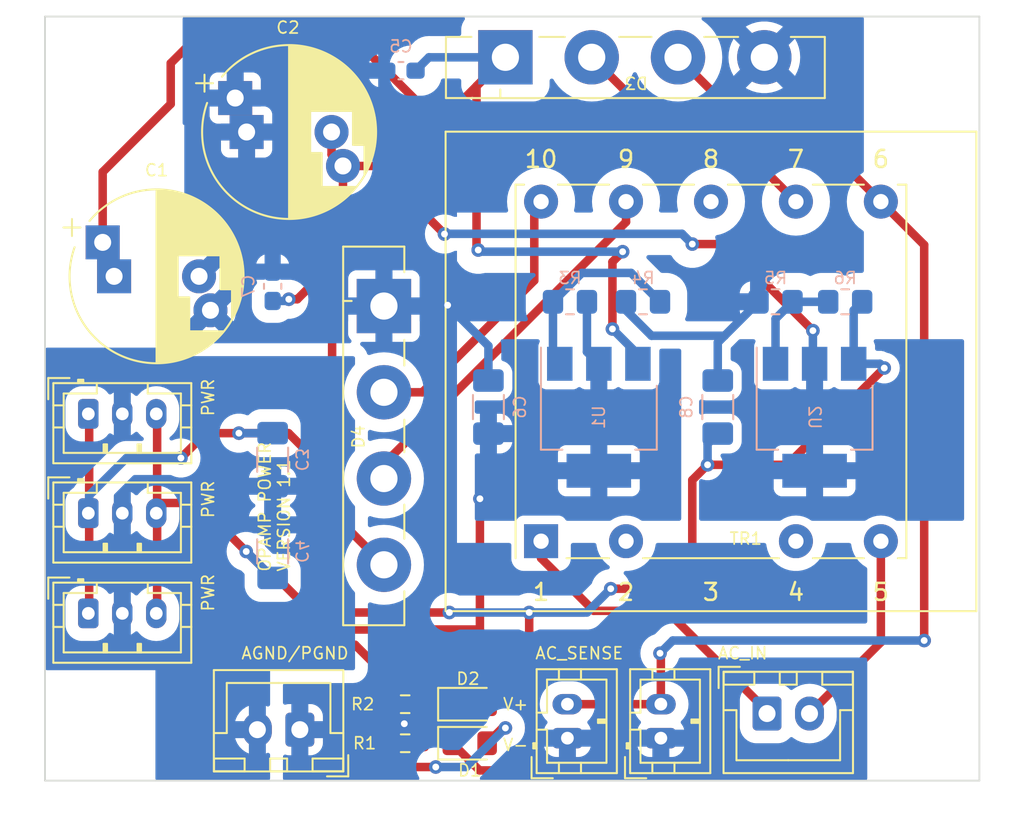
<source format=kicad_pcb>
(kicad_pcb (version 20221018) (generator pcbnew)
  (layers (0 "F.Cu" signal) (31 "B.Cu" signal) (34 "B.Paste" user) (35 "F.Paste" user) (36 "B.SilkS" user "B.Silkscreen") (37 "F.SilkS" user "F.Silkscreen") (38 "B.Mask" user) (39 "F.Mask" user) (44 "Edge.Cuts" user))
  (net 0 "")
  (net 1 "VPOS")
  (net 2 "PGND")
  (net 3 "VNEG")
  (net 4 "Net-(D1-A)")
  (net 5 "Net-(D2-A)")
  (net 6 "Net-(D3-Pad2)")
  (net 7 "AC1")
  (net 8 "Net-(D4-Pad2)")
  (net 9 "Net-(D4-Pad3)")
  (net 10 "Net-(U1-ADJ)")
  (net 11 "Net-(U2-ADJ)")
  (net 12 "AGND")
  (net 13 "RECT_POS")
  (net 14 "RECT_NEG")
  (net 15 "DC_NEG")
  (net 16 "DC_POS")
  (footprint "MountingHole:MountingHole_3.2mm_M3" (layer "F.Cu") (at 113.5 119.25)
    (fp_text reference "H4" hide)
    (fp_text value "MountingHole")
    (pad "" np_thru_hole circle (at 0 0) (size 3.2 3.2) (drill 3.2) (layers "*.Cu" "*.Mask"))
  )
  (footprint "Connector_JST:JST_XH_B2B-XH-A_1x02_P2.50mm_Vertical" (layer "F.Cu") (at 126 119 180)
    (fp_text reference "J2" hide)
    (fp_text value "Conn_01x02_Male")
    (pad "1" thru_hole roundrect (at 0 0 180) (size 1.7 2) (drill 1) (layers "*.Cu" "*.Mask") (roundrect_rratio 0.1470588235) (net 2 "PGND"))
    (pad "2" thru_hole oval (at 2.5 0 180) (size 1.7 2) (drill 1) (layers "*.Cu" "*.Mask") (net 12 "AGND"))
  )
  (footprint "Capacitor_THT:CP_Radial_D10.0mm_P5.00mm_P7.50mm" (layer "F.Cu") (at 115.067323 92.3)
    (fp_text reference "C1" (at 2.5 -6.25 unlocked) (layer "F.SilkS") (effects (font (size 0.7 0.7) (thickness 0.1))))
    (fp_text value "1000U")
    (pad "1" thru_hole rect (at -0.672144 -2) (size 2 2) (drill 1) (layers "*.Cu" "*.Mask") (net 13 "RECT_POS"))
    (pad "1" thru_hole rect (at 0 0) (size 2 2) (drill 1) (layers "*.Cu" "*.Mask") (net 13 "RECT_POS"))
    (pad "2" thru_hole circle (at 5 0) (size 2 2) (drill 1) (layers "*.Cu" "*.Mask") (net 2 "PGND"))
    (pad "2" thru_hole circle (at 5.672144 2) (size 2 2) (drill 1) (layers "*.Cu" "*.Mask") (net 2 "PGND"))
  )
  (footprint "Resistor_SMD:R_0603_1608Metric_Pad0.98x0.95mm_HandSolder" (layer "F.Cu") (at 132.2 117.5)
    (fp_text reference "R2" (at -2.5 0 unlocked) (layer "F.SilkS") (effects (font (size 0.7 0.7) (thickness 0.1))))
    (fp_text value "3.3K")
    (pad "1" smd roundrect (at -0.9125 0) (size 0.975 0.95) (layers "F.Cu" "F.Paste" "F.Mask") (net 16 "DC_POS"))
    (pad "2" smd roundrect (at 0.9125 0) (size 0.975 0.95) (layers "F.Cu" "F.Paste" "F.Mask") (net 5 "Net-(D2-A)"))
  )
  (footprint "Connector_JST:JST_PH_B3B-PH-K_1x03_P2.00mm_Vertical" (layer "F.Cu") (at 113.55 100.4)
    (fp_text reference "J3" hide)
    (fp_text value "Conn_01x03_Male")
    (pad "1" thru_hole roundrect (at 0 0) (size 1.2 1.75) (drill 0.75) (layers "*.Cu" "*.Mask") (roundrect_rratio 0.2083333333) (net 15 "DC_NEG"))
    (pad "2" thru_hole oval (at 2 0) (size 1.2 1.75) (drill 0.75) (layers "*.Cu" "*.Mask") (net 12 "AGND"))
    (pad "3" thru_hole oval (at 4 0) (size 1.2 1.75) (drill 0.75) (layers "*.Cu" "*.Mask") (net 16 "DC_POS"))
  )
  (footprint "Diode_THT:Diode_Bridge_Vishay_GBU" (layer "F.Cu") (at 130.95 94.05 -90)
    (fp_text reference "D4" (at 7.7 1.5 -270 unlocked) (layer "F.SilkS") (effects (font (size 0.7 0.7) (thickness 0.1))))
    (fp_text value "GBU4A")
    (pad "1" thru_hole rect (at 0 0 270) (size 3.2 3.2) (drill 1.6) (layers "*.Cu" "*.Mask") (net 2 "PGND"))
    (pad "2" thru_hole circle (at 5.08 0 270) (size 3.2 3.2) (drill 1.6) (layers "*.Cu" "*.Mask") (net 8 "Net-(D4-Pad2)"))
    (pad "3" thru_hole circle (at 10.16 0 270) (size 3.2 3.2) (drill 1.6) (layers "*.Cu" "*.Mask") (net 9 "Net-(D4-Pad3)"))
    (pad "4" thru_hole circle (at 15.24 0 270) (size 3.2 3.2) (drill 1.6) (layers "*.Cu" "*.Mask") (net 14 "RECT_NEG"))
  )
  (footprint "Resistor_SMD:R_0603_1608Metric_Pad0.98x0.95mm_HandSolder" (layer "F.Cu") (at 132.2 119.8 180)
    (fp_text reference "R1" (at 2.3875 0 unlocked) (layer "F.SilkS") (effects (font (size 0.7 0.7) (thickness 0.1))))
    (fp_text value "3.3K")
    (pad "1" smd roundrect (at -0.9125 0 180) (size 0.975 0.95) (layers "F.Cu" "F.Paste" "F.Mask") (net 2 "PGND"))
    (pad "2" smd roundrect (at 0.9125 0 180) (size 0.975 0.95) (layers "F.Cu" "F.Paste" "F.Mask") (net 4 "Net-(D1-A)"))
  )
  (footprint "MountingHole:MountingHole_3.2mm_M3" (layer "F.Cu") (at 163.5 79.5)
    (fp_text reference "H1" hide)
    (fp_text value "MountingHole")
    (pad "" np_thru_hole circle (at 0 0) (size 3.2 3.2) (drill 3.2) (layers "*.Cu" "*.Mask"))
  )
  (footprint "Connector_JST:JST_PH_B3B-PH-K_1x03_P2.00mm_Vertical" (layer "F.Cu") (at 113.55 106.25)
    (fp_text reference "J4" hide)
    (fp_text value "Conn_01x03_Male")
    (pad "1" thru_hole roundrect (at 0 0) (size 1.2 1.75) (drill 0.75) (layers "*.Cu" "*.Mask") (roundrect_rratio 0.2083333333) (net 15 "DC_NEG"))
    (pad "2" thru_hole oval (at 2 0) (size 1.2 1.75) (drill 0.75) (layers "*.Cu" "*.Mask") (net 12 "AGND"))
    (pad "3" thru_hole oval (at 4 0) (size 1.2 1.75) (drill 0.75) (layers "*.Cu" "*.Mask") (net 16 "DC_POS"))
  )
  (footprint "Connector_JST:JST_PH_B2B-PH-K_1x02_P2.00mm_Vertical" (layer "F.Cu") (at 141.75 119.5 90)
    (fp_text reference "J6" hide)
    (fp_text value "Conn_01x02_Male")
    (pad "1" thru_hole roundrect (at 0 0 90) (size 1.2 1.75) (drill 0.75) (layers "*.Cu" "*.Mask") (roundrect_rratio 0.2083333333) (net 2 "PGND"))
    (pad "2" thru_hole oval (at 2 0 90) (size 1.2 1.75) (drill 0.75) (layers "*.Cu" "*.Mask") (net 7 "AC1"))
  )
  (footprint "Connector_JST:JST_PH_B3B-PH-K_1x03_P2.00mm_Vertical" (layer "F.Cu") (at 113.55 112.15)
    (fp_text reference "J5" hide)
    (fp_text value "Conn_01x03_Male")
    (pad "1" thru_hole roundrect (at 0 0) (size 1.2 1.75) (drill 0.75) (layers "*.Cu" "*.Mask") (roundrect_rratio 0.2083333333) (net 15 "DC_NEG"))
    (pad "2" thru_hole oval (at 2 0) (size 1.2 1.75) (drill 0.75) (layers "*.Cu" "*.Mask") (net 12 "AGND"))
    (pad "3" thru_hole oval (at 4 0) (size 1.2 1.75) (drill 0.75) (layers "*.Cu" "*.Mask") (net 16 "DC_POS"))
  )
  (footprint "MountingHole:MountingHole_3.2mm_M3" (layer "F.Cu") (at 113.5 79.5)
    (fp_text reference "H2" hide)
    (fp_text value "MountingHole")
    (pad "" np_thru_hole circle (at 0 0) (size 3.2 3.2) (drill 3.2) (layers "*.Cu" "*.Mask"))
  )
  (footprint "LED_SMD:LED_0805_2012Metric_Pad1.15x1.40mm_HandSolder" (layer "F.Cu") (at 136 119.8)
    (fp_text reference "D1" (at 0 1.6 unlocked) (layer "F.SilkS") (effects (font (size 0.7 0.7) (thickness 0.1))))
    (fp_text value "BLUE")
    (pad "1" smd roundrect (at -1.025 0) (size 1.15 1.4) (layers "F.Cu" "F.Paste" "F.Mask") (roundrect_rratio 0.2173913043) (net 15 "DC_NEG"))
    (pad "2" smd roundrect (at 1.025 0) (size 1.15 1.4) (layers "F.Cu" "F.Paste" "F.Mask") (roundrect_rratio 0.2173913043) (net 4 "Net-(D1-A)"))
  )
  (footprint "Diode_THT:Diode_Bridge_Vishay_GBU" (layer "F.Cu") (at 138.1 79.4)
    (fp_text reference "D3" (at 7.7 1.5 -180 unlocked) (layer "F.SilkS") (effects (font (size 0.7 0.7) (thickness 0.1))))
    (fp_text value "GBU4A")
    (pad "1" thru_hole rect (at 0 0) (size 3.2 3.2) (drill 1.6) (layers "*.Cu" "*.Mask") (net 13 "RECT_POS"))
    (pad "2" thru_hole circle (at 5.08 0) (size 3.2 3.2) (drill 1.6) (layers "*.Cu" "*.Mask") (net 6 "Net-(D3-Pad2)"))
    (pad "3" thru_hole circle (at 10.16 0) (size 3.2 3.2) (drill 1.6) (layers "*.Cu" "*.Mask") (net 7 "AC1"))
    (pad "4" thru_hole circle (at 15.24 0) (size 3.2 3.2) (drill 1.6) (layers "*.Cu" "*.Mask") (net 2 "PGND"))
  )
  (footprint "Transformer_THT:Transformer_Breve_TEZ-28x33" (layer "F.Cu") (at 140.2 107.9)
    (fp_text reference "TR1" (at 12.05 -0.15 unlocked) (layer "F.SilkS") (effects (font (size 0.7 0.7) (thickness 0.1))))
    (fp_text value "230V 2x9V 2.3VA")
    (fp_text user "5" (at 20 3) (layer "F.SilkS"))
    (fp_text user "4" (at 15 3) (layer "F.SilkS"))
    (fp_text user "6" (at 20 -22.5) (layer "F.SilkS"))
    (fp_text user "9" (at 5 -22.5) (layer "F.SilkS"))
    (fp_text user "2" (at 5 3) (layer "F.SilkS"))
    (fp_text user "10" (at 0 -22.5) (layer "F.SilkS"))
    (fp_text user "3" (at 10 3) (layer "F.SilkS"))
    (fp_text user "7" (at 15 -22.5) (layer "F.SilkS"))
    (fp_text user "1" (at 0 3) (layer "F.SilkS"))
    (fp_text user "8" (at 10 -22.5) (layer "F.SilkS"))
    (pad "1" thru_hole rect (at 0 0) (size 2 2) (drill 0.9) (layers "*.Cu" "*.Mask") (net 1 "VPOS"))
    (pad "2" thru_hole circle (at 5 0) (size 2 2) (drill 0.9) (layers "*.Cu" "*.Mask"))
    (pad "4" thru_hole circle (at 15 0) (size 2 2) (drill 0.9) (layers "*.Cu" "*.Mask"))
    (pad "5" thru_hole circle (at 20 0) (size 2 2) (drill 0.9) (layers "*.Cu" "*.Mask") (net 3 "VNEG"))
    (pad "6" thru_hole circle (at 20 -20) (size 2 2) (drill 0.9) (layers "*.Cu" "*.Mask") (net 7 "AC1"))
    (pad "7" thru_hole circle (at 15 -20) (size 2 2) (drill 0.9) (layers "*.Cu" "*.Mask") (net 6 "Net-(D3-Pad2)"))
    (pad "8" thru_hole circle (at 10 -20) (size 2 2) (drill 0.9) (layers "*.Cu" "*.Mask"))
    (pad "9" thru_hole circle (at 5 -20) (size 2 2) (drill 0.9) (layers "*.Cu" "*.Mask") (net 9 "Net-(D4-Pad3)"))
    (pad "10" thru_hole circle (at 0 -20) (size 2 2) (drill 0.9) (layers "*.Cu" "*.Mask") (net 8 "Net-(D4-Pad2)"))
  )
  (footprint "Connector_JST:JST_PH_B2B-PH-K_1x02_P2.00mm_Vertical" (layer "F.Cu") (at 147.25 119.5 90)
    (fp_text reference "J7" hide)
    (fp_text value "Conn_01x02_Male")
    (pad "1" thru_hole roundrect (at 0 0 90) (size 1.2 1.75) (drill 0.75) (layers "*.Cu" "*.Mask") (roundrect_rratio 0.2083333333) (net 2 "PGND"))
    (pad "2" thru_hole oval (at 2 0 90) (size 1.2 1.75) (drill 0.75) (layers "*.Cu" "*.Mask") (net 7 "AC1"))
  )
  (footprint "MountingHole:MountingHole_3.2mm_M3" (layer "F.Cu") (at 163.5 119.5)
    (fp_text reference "H3" hide)
    (fp_text value "MountingHole")
    (pad "" np_thru_hole circle (at 0 0) (size 3.2 3.2) (drill 3.2) (layers "*.Cu" "*.Mask"))
  )
  (footprint "Capacitor_THT:CP_Radial_D10.0mm_P5.00mm_P7.50mm" (layer "F.Cu") (at 122.867323 83.8)
    (fp_text reference "C2" (at 2.432677 -6.15 unlocked) (layer "F.SilkS") (effects (font (size 0.7 0.7) (thickness 0.1))))
    (fp_text value "1000U")
    (pad "1" thru_hole rect (at -0.672144 -2) (size 2 2) (drill 1) (layers "*.Cu" "*.Mask") (net 2 "PGND"))
    (pad "1" thru_hole rect (at 0 0) (size 2 2) (drill 1) (layers "*.Cu" "*.Mask") (net 2 "PGND"))
    (pad "2" thru_hole circle (at 5 0) (size 2 2) (drill 1) (layers "*.Cu" "*.Mask") (net 14 "RECT_NEG"))
    (pad "2" thru_hole circle (at 5.672144 2) (size 2 2) (drill 1) (layers "*.Cu" "*.Mask") (net 14 "RECT_NEG"))
  )
  (footprint "Connector_JST:JST_XH_B2B-XH-A_1x02_P2.50mm_Vertical" (layer "F.Cu") (at 153.5 118.05)
    (fp_text reference "J1" hide)
    (fp_text value "Conn_01x02_Male")
    (pad "1" thru_hole roundrect (at 0 0) (size 1.7 2) (drill 1) (layers "*.Cu" "*.Mask") (roundrect_rratio 0.1470588235) (net 1 "VPOS"))
    (pad "2" thru_hole oval (at 2.5 0) (size 1.7 2) (drill 1) (layers "*.Cu" "*.Mask") (net 3 "VNEG"))
  )
  (footprint "LED_SMD:LED_0805_2012Metric_Pad1.15x1.40mm_HandSolder" (layer "F.Cu") (at 136 117.5)
    (fp_text reference "D2" (at -0.1 -1.5 unlocked) (layer "F.SilkS") (effects (font (size 0.7 0.7) (thickness 0.1))))
    (fp_text value "YELLOW")
    (pad "1" smd roundrect (at -1.025 0) (size 1.15 1.4) (layers "F.Cu" "F.Paste" "F.Mask") (roundrect_rratio 0.2173913043) (net 2 "PGND"))
    (pad "2" smd roundrect (at 1.025 0) (size 1.15 1.4) (layers "F.Cu" "F.Paste" "F.Mask") (roundrect_rratio 0.2173913043) (net 5 "Net-(D2-A)"))
  )
  (footprint "Resistor_SMD:R_0805_2012Metric_Pad1.20x1.40mm_HandSolder" (layer "B.Cu") (at 146.2 93.8 180)
    (fp_text reference "R4" (at 0 1.4 unlocked) (layer "B.SilkS") (effects (font (size 0.7 0.7) (thickness 0.1)) (justify mirror)))
    (fp_text value "750R")
    (pad "1" smd roundrect (at -1 0 180) (size 1.2 1.4) (layers "B.Cu" "B.Paste" "B.Mask") (roundrect_rratio 0.2083333333) (net 10 "Net-(U1-ADJ)"))
    (pad "2" smd roundrect (at 1 0 180) (size 1.2 1.4) (layers "B.Cu" "B.Paste" "B.Mask") (roundrect_rratio 0.2083333333) (net 2 "PGND"))
  )
  (footprint "Resistor_SMD:R_0805_2012Metric_Pad1.20x1.40mm_HandSolder" (layer "B.Cu") (at 158.1 93.8 180)
    (fp_text reference "R6" (at 0 1.4 unlocked) (layer "B.SilkS") (effects (font (size 0.7 0.7) (thickness 0.1)) (justify mirror)))
    (fp_text value "120R")
    (pad "1" smd roundrect (at -1 0 180) (size 1.2 1.4) (layers "B.Cu" "B.Paste" "B.Mask") (roundrect_rratio 0.2083333333) (net 15 "DC_NEG"))
    (pad "2" smd roundrect (at 1 0 180) (size 1.2 1.4) (layers "B.Cu" "B.Paste" "B.Mask") (roundrect_rratio 0.2083333333) (net 11 "Net-(U2-ADJ)"))
  )
  (footprint "Package_TO_SOT_SMD:SOT-223-3_TabPin2" (layer "B.Cu") (at 156.3 100.6 -90)
    (fp_text reference "U2" (at 0 0 -90 unlocked) (layer "B.SilkS") (effects (font (size 0.7 0.7) (thickness 0.1)) (justify mirror)))
    (fp_text value "LM337_SOT223")
    (pad "1" smd rect (at -3.15 2.3 270) (size 2 1.5) (layers "B.Cu" "B.Paste" "B.Mask") (net 11 "Net-(U2-ADJ)"))
    (pad "2" smd rect (at -3.15 0 270) (size 2 1.5) (layers "B.Cu" "B.Paste" "B.Mask") (net 14 "RECT_NEG"))
    (pad "2" smd rect (at 3.15 0 270) (size 2 3.8) (layers "B.Cu" "B.Paste" "B.Mask") (net 14 "RECT_NEG"))
    (pad "3" smd rect (at -3.15 -2.3 270) (size 2 1.5) (layers "B.Cu" "B.Paste" "B.Mask") (net 15 "DC_NEG"))
  )
  (footprint "Resistor_SMD:R_0805_2012Metric_Pad1.20x1.40mm_HandSolder" (layer "B.Cu") (at 154 93.8 180)
    (fp_text reference "R5" (at 0 1.4 unlocked) (layer "B.SilkS") (effects (font (size 0.7 0.7) (thickness 0.1)) (justify mirror)))
    (fp_text value "750R")
    (pad "1" smd roundrect (at -1 0 180) (size 1.2 1.4) (layers "B.Cu" "B.Paste" "B.Mask") (roundrect_rratio 0.2083333333) (net 11 "Net-(U2-ADJ)"))
    (pad "2" smd roundrect (at 1 0 180) (size 1.2 1.4) (layers "B.Cu" "B.Paste" "B.Mask") (roundrect_rratio 0.2083333333) (net 2 "PGND"))
  )
  (footprint "Capacitor_SMD:C_1206_3216Metric_Pad1.33x1.80mm_HandSolder" (layer "B.Cu") (at 124.4 108.5 90)
    (fp_text reference "C4" (at 0 1.7 270 unlocked) (layer "B.SilkS") (effects (font (size 0.7 0.7) (thickness 0.1)) (justify mirror)))
    (fp_text value "10U")
    (pad "1" smd roundrect (at -1.5625 0 90) (size 1.325 1.8) (layers "B.Cu" "B.Paste" "B.Mask") (roundrect_rratio 0.1886792453) (net 16 "DC_POS"))
    (pad "2" smd roundrect (at 1.5625 0 90) (size 1.325 1.8) (layers "B.Cu" "B.Paste" "B.Mask") (roundrect_rratio 0.1886792453) (net 12 "AGND"))
  )
  (footprint "Capacitor_SMD:C_0603_1608Metric_Pad1.08x0.95mm_HandSolder" (layer "B.Cu") (at 124.4 92.8875 -90)
    (fp_text reference "C7" (at 0 1.43 90 unlocked) (layer "B.SilkS") (effects (font (size 0.7 0.7) (thickness 0.1)) (justify mirror)))
    (fp_text value "0.1U")
    (pad "1" smd roundrect (at -0.8625 0 270) (size 1.075 0.95) (layers "B.Cu" "B.Paste" "B.Mask") (net 2 "PGND"))
    (pad "2" smd roundrect (at 0.8625 0 270) (size 1.075 0.95) (layers "B.Cu" "B.Paste" "B.Mask") (net 14 "RECT_NEG"))
  )
  (footprint "Resistor_SMD:R_0805_2012Metric_Pad1.20x1.40mm_HandSolder" (layer "B.Cu") (at 141.9 93.8 180)
    (fp_text reference "R3" (at 0 1.4 unlocked) (layer "B.SilkS") (effects (font (size 0.7 0.7) (thickness 0.1)) (justify mirror)))
    (fp_text value "120R")
    (pad "1" smd roundrect (at -1 0 180) (size 1.2 1.4) (layers "B.Cu" "B.Paste" "B.Mask") (roundrect_rratio 0.2083333333) (net 16 "DC_POS"))
    (pad "2" smd roundrect (at 1 0 180) (size 1.2 1.4) (layers "B.Cu" "B.Paste" "B.Mask") (roundrect_rratio 0.2083333333) (net 10 "Net-(U1-ADJ)"))
  )
  (footprint "Capacitor_SMD:C_1206_3216Metric_Pad1.33x1.80mm_HandSolder" (layer "B.Cu") (at 137.1 100 90)
    (fp_text reference "C6" (at 0 1.85 90 unlocked) (layer "B.SilkS") (effects (font (size 0.7 0.7) (thickness 0.1)) (justify mirror)))
    (fp_text value "10U")
    (pad "1" smd roundrect (at -1.5625 0 90) (size 1.325 1.8) (layers "B.Cu" "B.Paste" "B.Mask") (roundrect_rratio 0.1886792453) (net 16 "DC_POS"))
    (pad "2" smd roundrect (at 1.5625 0 90) (size 1.325 1.8) (layers "B.Cu" "B.Paste" "B.Mask") (roundrect_rratio 0.1886792453) (net 2 "PGND"))
  )
  (footprint "Capacitor_SMD:C_0603_1608Metric_Pad1.08x0.95mm_HandSolder" (layer "B.Cu") (at 131.95 80.1875 180)
    (fp_text reference "C5" (at 0 1.43 unlocked) (layer "B.SilkS") (effects (font (size 0.7 0.7) (thickness 0.1)) (justify mirror)))
    (fp_text value "0.1U")
    (pad "1" smd roundrect (at -0.8625 0 180) (size 1.075 0.95) (layers "B.Cu" "B.Paste" "B.Mask") (net 13 "RECT_POS"))
    (pad "2" smd roundrect (at 0.8625 0 180) (size 1.075 0.95) (layers "B.Cu" "B.Paste" "B.Mask") (net 2 "PGND"))
  )
  (footprint "Capacitor_SMD:C_1206_3216Metric_Pad1.33x1.80mm_HandSolder" (layer "B.Cu") (at 124.4 103.1 90)
    (fp_text reference "C3" (at 0 1.7 270 unlocked) (layer "B.SilkS") (effects (font (size 0.7 0.7) (thickness 0.1)) (justify mirror)))
    (fp_text value "10U")
    (pad "1" smd roundrect (at -1.5625 0 90) (size 1.325 1.8) (layers "B.Cu" "B.Paste" "B.Mask") (roundrect_rratio 0.1886792453) (net 12 "AGND"))
    (pad "2" smd roundrect (at 1.5625 0 90) (size 1.325 1.8) (layers "B.Cu" "B.Paste" "B.Mask") (roundrect_rratio 0.1886792453) (net 15 "DC_NEG"))
  )
  (footprint "Package_TO_SOT_SMD:SOT-223-3_TabPin2" (layer "B.Cu") (at 143.6 100.6 -90)
    (fp_text reference "U1" (at 0 0 90 unlocked) (layer "B.SilkS") (effects (font (size 0.7 0.7) (thickness 0.1)) (justify mirror)))
    (fp_text value "LM317_SOT-223")
    (pad "1" smd rect (at -3.15 2.3 270) (size 2 1.5) (layers "B.Cu" "B.Paste" "B.Mask") (net 10 "Net-(U1-ADJ)"))
    (pad "2" smd rect (at -3.15 0 270) (size 2 1.5) (layers "B.Cu" "B.Paste" "B.Mask") (net 16 "DC_POS"))
    (pad "2" smd rect (at 3.15 0 270) (size 2 3.8) (layers "B.Cu" "B.Paste" "B.Mask") (net 16 "DC_POS"))
    (pad "3" smd rect (at -3.15 -2.3 270) (size 2 1.5) (layers "B.Cu" "B.Paste" "B.Mask") (net 13 "RECT_POS"))
  )
  (footprint "Capacitor_SMD:C_1206_3216Metric_Pad1.33x1.80mm_HandSolder" (layer "B.Cu") (at 150.6 100 -90)
    (fp_text reference "C8" (at 0 1.85 90 unlocked) (layer "B.SilkS") (effects (font (size 0.7 0.7) (thickness 0.1)) (justify mirror)))
    (fp_text value "10U")
    (pad "1" smd roundrect (at -1.5625 0 270) (size 1.325 1.8) (layers "B.Cu" "B.Paste" "B.Mask") (roundrect_rratio 0.1886792453) (net 2 "PGND"))
    (pad "2" smd roundrect (at 1.5625 0 270) (size 1.325 1.8) (layers "B.Cu" "B.Paste" "B.Mask") (roundrect_rratio 0.1886792453) (net 15 "DC_NEG"))
  )
  (gr_line (start 166 122) (end 111 122) (stroke (width 0.1)) (layer "Edge.Cuts"))
  (gr_line (start 111 122) (end 111 77) (stroke (width 0.1)) (layer "Edge.Cuts"))
  (gr_line (start 166 77) (end 166 122) (stroke (width 0.1)) (layer "Edge.Cuts"))
  (gr_line (start 111 77) (end 166 77) (stroke (width 0.1)) (layer "Edge.Cuts"))
  (gr_text "AGND/PGND" (at 122.5 114.5) (layer "F.SilkS") (effects (font (size 0.7 0.7) (thickness 0.1)) (justify left)))
  (gr_text "OPAMP POWER\nVERSION 1.1\n" (at 124.5 109.75 90) (layer "F.SilkS") (effects (font (size 0.7 0.7) (thickness 0.1)) (justify left)))
  (gr_text "PWR\n" (at 120.6 100.6 90) (layer "F.SilkS") (effects (font (size 0.7 0.7) (thickness 0.1)) (justify left)))
  (gr_text "PWR\n" (at 120.6 112.1 90) (layer "F.SilkS") (effects (font (size 0.7 0.7) (thickness 0.1)) (justify left)))
  (gr_text "PWR\n" (at 120.6 106.6 90) (layer "F.SilkS") (effects (font (size 0.7 0.7) (thickness 0.1)) (justify left)))
  (gr_text "AC_IN" (at 150.55 114.5) (layer "F.SilkS") (effects (font (size 0.7 0.7) (thickness 0.1)) (justify left)))
  (gr_text "V+" (at 137.9 117.5) (layer "F.SilkS") (effects (font (size 0.7 0.7) (thickness 0.1)) (justify left)))
  (gr_text "AC_SENSE" (at 139.8 114.5) (layer "F.SilkS") (effects (font (size 0.7 0.7) (thickness 0.1)) (justify left)))
  (gr_text "V-" (at 137.9 119.9) (layer "F.SilkS") (effects (font (size 0.7 0.7) (thickness 0.1)) (justify left)))
  (segment (start 153.475 117.875) (end 147.6 112) (width 0.5) (layer "F.Cu") (net 1))
  (segment (start 143.3 112) (end 140.2 108.9) (width 0.5) (layer "F.Cu") (net 1))
  (segment (start 147.6 112) (end 143.3 112) (width 0.5) (layer "F.Cu") (net 1))
  (segment (start 140.2 108.9) (end 140.2 107.9) (width 0.5) (layer "F.Cu") (net 1))
  (segment (start 133.975 118.5) (end 133.9 118.5) (width 0.5) (layer "F.Cu") (net 2))
  (segment (start 134.7 94) (end 131 94) (width 0.5) (layer "F.Cu") (net 2))
  (segment (start 133.1125 119.8) (end 133.1125 119.2875) (width 0.5) (layer "F.Cu") (net 2))
  (segment (start 134.975 117.5) (end 133.975 118.5) (width 0.5) (layer "F.Cu") (net 2))
  (segment (start 133.1125 119.6125) (end 132.15 118.65) (width 0.5) (layer "F.Cu") (net 2))
  (segment (start 133.1125 119.2875) (end 133.9 118.5) (width 0.5) (layer "F.Cu") (net 2))
  (via (at 134.7 94) (size 0.8) (drill 0.4) (layers "F.Cu" "B.Cu") (net 2))
  (via (at 132.15 118.65) (size 0.8) (drill 0.4) (layers "F.Cu" "B.Cu") (net 2))
  (segment (start 150.6 96.2) (end 151 95.8) (width 0.5) (layer "B.Cu") (net 2))
  (segment (start 145.2 94.3) (end 146.7 95.8) (width 0.5) (layer "B.Cu") (net 2))
  (segment (start 146.7 95.8) (end 151 95.8) (width 0.5) (layer "B.Cu") (net 2))
  (segment (start 137.1 96.4) (end 134.7 94) (width 0.5) (layer "B.Cu") (net 2))
  (segment (start 145.2 93.8) (end 145.2 94.3) (width 0.5) (layer "B.Cu") (net 2))
  (segment (start 137.1 98.4375) (end 137.1 96.4) (width 0.5) (layer "B.Cu") (net 2))
  (segment (start 150.6 98.4375) (end 150.6 96.2) (width 0.5) (layer "B.Cu") (net 2))
  (segment (start 151 95.8) (end 153 93.8) (width 0.5) (layer "B.Cu") (net 2))
  (segment (start 160.2 107.9) (end 160.2 113.85) (width 0.5) (layer "F.Cu") (net 3))
  (segment (start 160.2 113.85) (end 156 118.05) (width 0.5) (layer "F.Cu") (net 3))
  (segment (start 132.6875 121.2) (end 134 121.2) (width 0.5) (layer "F.Cu") (net 4))
  (segment (start 137.925 118.9) (end 137.025 119.8) (width 0.5) (layer "F.Cu") (net 4))
  (segment (start 131.2875 119.8) (end 132.6875 121.2) (width 0.5) (layer "F.Cu") (net 4))
  (segment (start 138.1 118.9) (end 137.925 118.9) (width 0.5) (layer "F.Cu") (net 4))
  (via (at 138.1 118.9) (size 0.8) (drill 0.4) (layers "F.Cu" "B.Cu") (net 4))
  (via (at 134 121.2) (size 0.8) (drill 0.4) (layers "F.Cu" "B.Cu") (net 4))
  (segment (start 134 121.2) (end 135.8 121.2) (width 0.5) (layer "B.Cu") (net 4))
  (segment (start 135.8 121.2) (end 138.1 118.9) (width 0.5) (layer "B.Cu") (net 4))
  (segment (start 137.025 117.425) (end 135.3 115.7) (width 0.5) (layer "F.Cu") (net 5))
  (segment (start 134.9125 115.7) (end 133.1125 117.5) (width 0.5) (layer "F.Cu") (net 5))
  (segment (start 153.7 86.4) (end 152.9 86.4) (width 0.5) (layer "F.Cu") (net 6))
  (segment (start 148.48 84.7) (end 143.18 79.4) (width 0.5) (layer "F.Cu") (net 6))
  (segment (start 151.2 84.7) (end 148.48 84.7) (width 0.5) (layer "F.Cu") (net 6))
  (segment (start 155.2 87.9) (end 153.7 86.4) (width 0.5) (layer "F.Cu") (net 6))
  (segment (start 152.9 86.4) (end 151.2 84.7) (width 0.5) (layer "F.Cu") (net 6))
  (segment (start 147.25 114.55) (end 147.2 114.5) (width 0.5) (layer "F.Cu") (net 7))
  (segment (start 147.25 117.5) (end 141.75 117.5) (width 0.5) (layer "F.Cu") (net 7))
  (segment (start 155.3 83) (end 160.2 87.9) (width 0.5) (layer "F.Cu") (net 7))
  (segment (start 160.2 87.9) (end 162.75 90.45) (width 0.5) (layer "F.Cu") (net 7))
  (segment (start 151.86 83) (end 155.3 83) (width 0.5) (layer "F.Cu") (net 7))
  (segment (start 147.25 117.5) (end 147.25 114.55) (width 0.5) (layer "F.Cu") (net 7))
  (segment (start 162.75 90.45) (end 162.75 113.75) (width 0.5) (layer "F.Cu") (net 7))
  (segment (start 148.26 79.4) (end 151.86 83) (width 0.5) (layer "F.Cu") (net 7))
  (via (at 147.2 114.5) (size 0.8) (drill 0.4) (layers "F.Cu" "B.Cu") (net 7))
  (via (at 162.75 113.75) (size 0.8) (drill 0.4) (layers "F.Cu" "B.Cu") (net 7))
  (segment (start 147.95 113.75) (end 147.2 114.5) (width 0.5) (layer "B.Cu") (net 7))
  (segment (start 162.75 113.75) (end 147.95 113.75) (width 0.5) (layer "B.Cu") (net 7))
  (segment (start 133.212741 99.13) (end 130.95 99.13) (width 0.5) (layer "F.Cu") (net 8))
  (segment (start 139.8 92.542741) (end 133.212741 99.13) (width 0.5) (layer "F.Cu") (net 8))
  (segment (start 139.8 88.3) (end 139.8 92.542741) (width 0.5) (layer "F.Cu") (net 8))
  (segment (start 145.2 87.9) (end 145.2 89.1) (width 0.5) (layer "F.Cu") (net 9))
  (segment (start 145.2 89.1) (end 130.95 103.35) (width 0.5) (layer "F.Cu") (net 9))
  (segment (start 140.9 93.8) (end 140.9 97.05) (width 0.5) (layer "B.Cu") (net 10))
  (segment (start 145.5 92.1) (end 142.6 92.1) (width 0.5) (layer "B.Cu") (net 10))
  (segment (start 142.6 92.1) (end 140.9 93.8) (width 0.5) (layer "B.Cu") (net 10))
  (segment (start 147.2 93.8) (end 145.5 92.1) (width 0.5) (layer "B.Cu") (net 10))
  (segment (start 157.1 93.8) (end 155 93.8) (width 0.5) (layer "B.Cu") (net 11))
  (segment (start 154 94.8) (end 155 93.8) (width 0.5) (layer "B.Cu") (net 11))
  (segment (start 154 97.45) (end 154 94.8) (width 0.5) (layer "B.Cu") (net 11))
  (segment (start 124.4 105.75) (end 124.4 106.9375) (width 0.5) (layer "B.Cu") (net 12))
  (segment (start 124.4 104.6625) (end 124.4 105.75) (width 0.5) (layer "B.Cu") (net 12))
  (segment (start 133 82.1) (end 129 78.1) (width 0.5) (layer "F.Cu") (net 13))
  (segment (start 136.4 81.1) (end 136.4 90.65) (width 0.5) (layer "F.Cu") (net 13))
  (segment (start 135.4 82.1) (end 133 82.1) (width 0.5) (layer "F.Cu") (net 13))
  (segment (start 118.4 82.15) (end 114.395179 86.154821) (width 0.5) (layer "F.Cu") (net 13))
  (segment (start 120.05 78.1) (end 118.4 79.75) (width 0.5) (layer "F.Cu") (net 13))
  (segment (start 129 78.1) (end 120.05 78.1) (width 0.5) (layer "F.Cu") (net 13))
  (segment (start 138.1 79.4) (end 136.4 81.1) (width 0.5) (layer "F.Cu") (net 13))
  (segment (start 144.4 91.45) (end 145 90.85) (width 0.5) (layer "F.Cu") (net 13))
  (segment (start 138.1 79.4) (end 135.4 82.1) (width 0.5) (layer "F.Cu") (net 13))
  (segment (start 136.4 90.65) (end 136.5 90.75) (width 0.5) (layer "F.Cu") (net 13))
  (segment (start 115.067323 92.3) (end 115.067323 90.972144) (width 0.5) (layer "F.Cu") (net 13))
  (segment (start 118.4 79.75) (end 118.4 82.15) (width 0.5) (layer "F.Cu") (net 13))
  (segment (start 114.395179 86.154821) (end 114.395179 90.3) (width 0.5) (layer "F.Cu") (net 13))
  (segment (start 144.4 95.4) (end 144.4 91.45) (width 0.5) (layer "F.Cu") (net 13))
  (via (at 145 90.85) (size 0.8) (drill 0.4) (layers "F.Cu" "B.Cu") (net 13))
  (via (at 144.4 95.4) (size 0.8) (drill 0.4) (layers "F.Cu" "B.Cu") (net 13))
  (via (at 136.5 90.75) (size 0.8) (drill 0.4) (layers "F.Cu" "B.Cu") (net 13))
  (segment (start 145.9 96.9) (end 144.4 95.4) (width 0.5) (layer "B.Cu") (net 13))
  (segment (start 136.6 90.85) (end 136.5 90.75) (width 0.5) (layer "B.Cu") (net 13))
  (segment (start 132.8125 80.1875) (end 133.6 79.4) (width 0.5) (layer "B.Cu") (net 13))
  (segment (start 133.6 79.4) (end 138.1 79.4) (width 0.5) (layer "B.Cu") (net 13))
  (segment (start 145 90.85) (end 136.6 90.85) (width 0.5) (layer "B.Cu") (net 13))
  (segment (start 127.867323 85.127856) (end 128.539467 85.8) (width 0.5) (layer "F.Cu") (net 14))
  (segment (start 151.1 90.4) (end 156.2 95.5) (width 0.5) (layer "F.Cu") (net 14))
  (segment (start 128.539467 85.8) (end 130.505022 85.8) (width 0.5) (layer "F.Cu") (net 14))
  (segment (start 125.35 93.65) (end 125.85 93.65) (width 0.5) (layer "F.Cu") (net 14))
  (segment (start 127.9 106.24) (end 127.9 94.15) (width 0.5) (layer "F.Cu") (net 14))
  (segment (start 127.9 94.15) (end 126.625 92.875) (width 0.5) (layer "F.Cu") (net 14))
  (segment (start 130.95 109.29) (end 127.9 106.24) (width 0.5) (layer "F.Cu") (net 14))
  (segment (start 127.867323 83.8) (end 127.867323 85.127856) (width 0.5) (layer "F.Cu") (net 14))
  (segment (start 125.85 93.65) (end 126.625 92.875) (width 0.5) (layer "F.Cu") (net 14))
  (segment (start 149.1 90.4) (end 151.1 90.4) (width 0.5) (layer "F.Cu") (net 14))
  (segment (start 128.539467 85.8) (end 128.539467 90.960533) (width 0.5) (layer "F.Cu") (net 14))
  (segment (start 128.539467 90.960533) (end 126.625 92.875) (width 0.5) (layer "F.Cu") (net 14))
  (segment (start 130.505022 85.8) (end 134.514804 89.809782) (width 0.5) (layer "F.Cu") (net 14))
  (via (at 125.35 93.65) (size 0.8) (drill 0.4) (layers "F.Cu" "B.Cu") (net 14))
  (via (at 156.2 95.5) (size 0.8) (drill 0.4) (layers "F.Cu" "B.Cu") (net 14))
  (via (at 149.1 90.4) (size 0.8) (drill 0.4) (layers "F.Cu" "B.Cu") (net 14))
  (via (at 134.514804 89.809782) (size 0.8) (drill 0.4) (layers "F.Cu" "B.Cu") (net 14))
  (segment (start 149.1 90.4) (end 148.495885 89.795885) (width 0.5) (layer "B.Cu") (net 14))
  (segment (start 125.25 93.75) (end 125.35 93.65) (width 0.5) (layer "B.Cu") (net 14))
  (segment (start 156.2 95.5) (end 156.2 97.35) (width 0.5) (layer "B.Cu") (net 14))
  (segment (start 148.495885 89.795885) (end 134.528701 89.795885) (width 0.5) (layer "B.Cu") (net 14))
  (segment (start 124.4 93.75) (end 125.25 93.75) (width 0.5) (layer "B.Cu") (net 14))
  (segment (start 134.528701 89.795885) (end 134.514804 89.809782) (width 0.5) (layer "B.Cu") (net 14))
  (segment (start 120.4625 101.5375) (end 119 103) (width 0.5) (layer "F.Cu") (net 15))
  (segment (start 134.975 119.8) (end 136.575 121.4) (width 0.5) (layer "F.Cu") (net 15))
  (segment (start 126.7 110.1) (end 126.6 110.2) (width 0.5) (layer "F.Cu") (net 15))
  (segment (start 136.575 121.4) (end 138.4 121.4) (width 0.5) (layer "F.Cu") (net 15))
  (segment (start 126.7 102.9) (end 126.7 110.1) (width 0.5) (layer "F.Cu") (net 15))
  (segment (start 120.4625 101.5375) (end 122.4125 101.5375) (width 0.5) (layer "F.Cu") (net 15))
  (segment (start 113.6 111.55) (end 113.6 105.65) (width 0.5) (layer "F.Cu") (net 15))
  (segment (start 128.5 112.1) (end 134.8 112.1) (width 0.5) (layer "F.Cu") (net 15))
  (segment (start 113.6 105.65) (end 113.6 99.8) (width 0.5) (layer "F.Cu") (net 15))
  (segment (start 122.4125 101.5375) (end 125.3375 101.5375) (width 0.5) (layer "F.Cu") (net 15))
  (segment (start 126.6 110.2) (end 128.5 112.1) (width 0.5) (layer "F.Cu") (net 15))
  (segment (start 148.7 110.7) (end 144.3 110.7) (width 0.5) (layer "F.Cu") (net 15))
  (segment (start 149.1 104.3) (end 150 103.4) (width 0.5) (layer "F.Cu") (net 15))
  (segment (start 160.4 97.7) (end 154.7 103.4) (width 0.5) (layer "F.Cu") (net 15))
  (segment (start 125.3375 101.5375) (end 126.7 102.9) (width 0.5) (layer "F.Cu") (net 15))
  (segment (start 149.1 110.3) (end 148.7 110.7) (width 0.5) (layer "F.Cu") (net 15))
  (segment (start 138.4 121.4) (end 139.5 120.3) (width 0.5) (layer "F.Cu") (net 15))
  (segment (start 154.7 103.4) (end 150 103.4) (width 0.5) (layer "F.Cu") (net 15))
  (segment (start 139.5 120.3) (end 139.5 112.1) (width 0.5) (layer "F.Cu") (net 15))
  (segment (start 149.1 110.3) (end 149.1 104.3) (width 0.5) (layer "F.Cu") (net 15))
  (via (at 134.8 112.1) (size 0.8) (drill 0.4) (layers "F.Cu" "B.Cu") (net 15))
  (via (at 150 103.4) (size 0.8) (drill 0.4) (layers "F.Cu" "B.Cu") (net 15))
  (via (at 119 103) (size 0.8) (drill 0.4) (layers "F.Cu" "B.Cu") (net 15))
  (via (at 122.4125 101.5375) (size 0.8) (drill 0.4) (layers "F.Cu" "B.Cu") (net 15))
  (via (at 144.3 110.7) (size 0.8) (drill 0.4) (layers "F.Cu" "B.Cu") (net 15))
  (via (at 139.5 112.1) (size 0.8) (drill 0.4) (layers "F.Cu" "B.Cu") (net 15))
  (via (at 160.4 97.7) (size 0.8) (drill 0.4) (layers "F.Cu" "B.Cu") (net 15))
  (segment (start 150 102.1625) (end 150.6 101.5625) (width 0.5) (layer "B.Cu") (net 15))
  (segment (start 134.8 112.1) (end 142.9 112.1) (width 0.5) (layer "B.Cu") (net 15))
  (segment (start 158.6 97.45) (end 158.6 94.3) (width 0.5) (layer "B.Cu") (net 15))
  (segment (start 113.6 105.2) (end 113.6 105.65) (width 0.5) (layer "B.Cu") (net 15))
  (segment (start 150 103.4) (end 150 102.1625) (width 0.5) (layer "B.Cu") (net 15))
  (segment (start 142.9 112.1) (end 144.3 110.7) (width 0.5) (layer "B.Cu") (net 15))
  (segment (start 158.6 97.45) (end 160.15 97.45) (width 0.5) (layer "B.Cu") (net 15))
  (segment (start 119 103) (end 115.8 103) (width 0.5) (layer "B.Cu") (net 15))
  (segment (start 142.7625 112.1) (end 139.5 112.1) (width 0.5) (layer "B.Cu") (net 15))
  (segment (start 158.6 94.3) (end 159.1 93.8) (width 0.5) (layer "B.Cu") (net 15))
  (segment (start 160.15 97.45) (end 160.4 97.7) (width 0.5) (layer "B.Cu") (net 15))
  (segment (start 122.4125 101.5375) (end 124.4 101.5375) (width 0.5) (layer "B.Cu") (net 15))
  (segment (start 115.8 103) (end 113.6 105.2) (width 0.5) (layer "B.Cu") (net 15))
  (segment (start 136.6 113.1) (end 128 113.1) (width 0.5) (layer "F.Cu") (net 16))
  (segment (start 127.7 113.1) (end 124.6625 110.0625) (width 0.5) (layer "F.Cu") (net 16))
  (segment (start 117.6 99.8) (end 117.6 105.65) (width 0.5) (layer "F.Cu") (net 16))
  (segment (start 122.84375 108.50625) (end 119.9875 105.65) (width 0.5) (layer "F.Cu") (net 16))
  (segment (start 117.6 111.55) (end 117.6 105.65) (width 0.5) (layer "F.Cu") (net 16))
  (segment (start 124.6625 110.0625) (end 124.4 110.0625) (width 0.5) (layer "F.Cu") (net 16))
  (segment (start 136.6 105.4) (end 136.6 113.1) (width 0.5) (layer "F.Cu") (net 16))
  (segment (start 129.25 114) (end 128.9 114) (width 0.5) (layer "F.Cu") (net 16))
  (segment (start 128 113.1) (end 127.7 113.1) (width 0.5) (layer "F.Cu") (net 16))
  (segment (start 128.9 114) (end 128 113.1) (width 0.5) (layer "F.Cu") (net 16))
  (segment (start 131.2875 116.0375) (end 129.25 114) (width 0.5) (layer "F.Cu") (net 16))
  (segment (start 124.4 110.0625) (end 122.84375 108.50625) (width 0.5) (layer "F.Cu") (net 16))
  (segment (start 131.2875 117.5) (end 131.2875 116.0375) (width 0.5) (layer "F.Cu") (net 16))
  (segment (start 119.9875 105.65) (end 117.6 105.65) (width 0.5) (layer "F.Cu") (net 16))
  (via (at 122.84375 108.50625) (size 0.8) (drill 0.4) (layers "F.Cu" "B.Cu") (net 16))
  (via (at 136.6 105.4) (size 0.8) (drill 0.4) (layers "F.Cu" "B.Cu") (net 16))
  (segment (start 142.9 93.8) (end 142.9 96.75) (width 0.5) (layer "B.Cu") (net 16))
  (segment (start 142.9 96.75) (end 143.6 97.45) (width 0.5) (layer "B.Cu") (net 16))
  (segment (start 124.4 110.0625) (end 122.84375 108.50625) (width 0.5) (layer "B.Cu") (net 16))
  (zone (net 2) (net_name "PGND") (layer "B.Cu") (connect_pads (clearance 0.75)) (min_thickness 0.254) (fill yes (thermal_gap 0.508) (thermal_bridge_width 1))
    (polygon (pts (xy 126 83.7) (xy 135.25 83.7) (xy 135.25 108) (xy 159.4 108) (xy 159.4 122.9) (xy 124.75 122.9) (xy 124.75 96.3) (xy 119.2 96.3) (xy 119.2 83.4) (xy 119.1 83.4) (xy 119.1 76.8) (xy 126 76.8)))
  )
  (zone (net 16) (net_name "DC_POS") (layer "B.Cu") (connect_pads (clearance 0.508)) (min_thickness 0.254) (fill yes (thermal_gap 0.508) (thermal_bridge_width 1))
    (polygon (pts (xy 148.45 106.7) (xy 136.3 106.7) (xy 136.3 96) (xy 148.45 96)))
  )
  (zone (net 12) (net_name "AGND") (layer "B.Cu") (priority 1) (connect_pads (clearance 0.75)) (min_thickness 0.25) (fill yes (thermal_gap 0.5) (thermal_bridge_width 1))
    (polygon (pts (xy 118 107.5) (xy 118 107.75) (xy 118 97) (xy 129.25 97) (xy 129.25 115.5) (xy 124.25 115.5) (xy 124.25 122) (xy 117.5 122) (xy 117.5 115.5) (xy 110.5 115.5) (xy 110.5 97) (xy 111 96.5) (xy 118 96.5)))
  )
  (zone (net 2) (net_name "PGND") (layer "B.Cu") (connect_pads (clearance 1)) (min_thickness 0.254) (fill yes (thermal_gap 0.508) (thermal_bridge_width 1))
    (polygon (pts (xy 159.2 94.95) (xy 125.7 94.95) (xy 125.7 76.6) (xy 159.2 76.6)))
  )
  (zone (net 14) (net_name "RECT_NEG") (layer "B.Cu") (connect_pads (clearance 0.508)) (min_thickness 0.254) (fill yes (thermal_gap 0.508) (thermal_bridge_width 1))
    (polygon (pts (xy 165.1 106.7) (xy 149.5 106.7) (xy 149.5 96) (xy 165.1 96)))
  )
)
</source>
